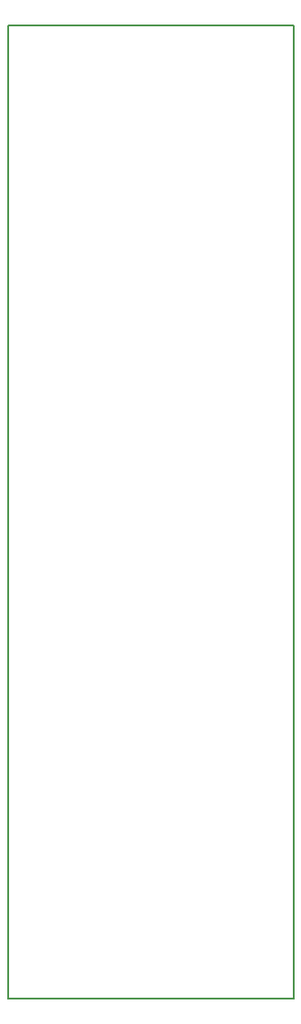
<source format=gbr>
G04 #@! TF.FileFunction,Profile,NP*
%FSLAX46Y46*%
G04 Gerber Fmt 4.6, Leading zero omitted, Abs format (unit mm)*
G04 Created by KiCad (PCBNEW 4.0.6+dfsg1-1) date Tue Oct 24 13:55:29 2017*
%MOMM*%
%LPD*%
G01*
G04 APERTURE LIST*
%ADD10C,0.050000*%
%ADD11C,0.150000*%
G04 APERTURE END LIST*
D10*
D11*
X123190000Y-140970000D02*
X123825000Y-140970000D01*
X123190000Y-50165000D02*
X123190000Y-140970000D01*
X149860000Y-50165000D02*
X123190000Y-50165000D01*
X149860000Y-140970000D02*
X149860000Y-50165000D01*
X123190000Y-140970000D02*
X149860000Y-140970000D01*
M02*

</source>
